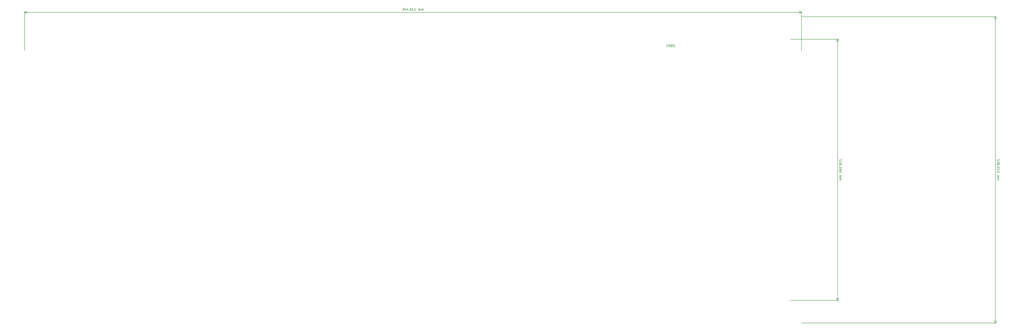
<source format=gbr>
G04 #@! TF.GenerationSoftware,KiCad,Pcbnew,(5.1.2)-2*
G04 #@! TF.CreationDate,2019-07-11T11:24:39+07:00*
G04 #@! TF.ProjectId,PCB,5043422e-6b69-4636-9164-5f7063625858,a*
G04 #@! TF.SameCoordinates,Original*
G04 #@! TF.FileFunction,Legend,Top*
G04 #@! TF.FilePolarity,Positive*
%FSLAX46Y46*%
G04 Gerber Fmt 4.6, Leading zero omitted, Abs format (unit mm)*
G04 Created by KiCad (PCBNEW (5.1.2)-2) date 2019-07-11 11:24:39*
%MOMM*%
%LPD*%
G04 APERTURE LIST*
%ADD10C,0.150000*%
G04 APERTURE END LIST*
D10*
X423459764Y-45958546D02*
X423459764Y-45387118D01*
X423459764Y-45672832D02*
X424459764Y-45672832D01*
X424316906Y-45577594D01*
X424221668Y-45482356D01*
X424174049Y-45387118D01*
X424459764Y-46291880D02*
X424459764Y-46910927D01*
X424078811Y-46577594D01*
X424078811Y-46720451D01*
X424031192Y-46815689D01*
X423983573Y-46863308D01*
X423888335Y-46910927D01*
X423650240Y-46910927D01*
X423555002Y-46863308D01*
X423507383Y-46815689D01*
X423459764Y-46720451D01*
X423459764Y-46434737D01*
X423507383Y-46339499D01*
X423555002Y-46291880D01*
X424459764Y-47768070D02*
X424459764Y-47577594D01*
X424412145Y-47482356D01*
X424364525Y-47434737D01*
X424221668Y-47339499D01*
X424031192Y-47291880D01*
X423650240Y-47291880D01*
X423555002Y-47339499D01*
X423507383Y-47387118D01*
X423459764Y-47482356D01*
X423459764Y-47672832D01*
X423507383Y-47768070D01*
X423555002Y-47815689D01*
X423650240Y-47863308D01*
X423888335Y-47863308D01*
X423983573Y-47815689D01*
X424031192Y-47768070D01*
X424078811Y-47672832D01*
X424078811Y-47482356D01*
X424031192Y-47387118D01*
X423983573Y-47339499D01*
X423888335Y-47291880D01*
X423555002Y-48291880D02*
X423507383Y-48339499D01*
X423459764Y-48291880D01*
X423507383Y-48244261D01*
X423555002Y-48291880D01*
X423459764Y-48291880D01*
X424459764Y-48958546D02*
X424459764Y-49053785D01*
X424412145Y-49149023D01*
X424364525Y-49196642D01*
X424269287Y-49244261D01*
X424078811Y-49291880D01*
X423840716Y-49291880D01*
X423650240Y-49244261D01*
X423555002Y-49196642D01*
X423507383Y-49149023D01*
X423459764Y-49053785D01*
X423459764Y-48958546D01*
X423507383Y-48863308D01*
X423555002Y-48815689D01*
X423650240Y-48768070D01*
X423840716Y-48720451D01*
X424078811Y-48720451D01*
X424269287Y-48768070D01*
X424364525Y-48815689D01*
X424412145Y-48863308D01*
X424459764Y-48958546D01*
X423459764Y-50244261D02*
X423459764Y-49672832D01*
X423459764Y-49958546D02*
X424459764Y-49958546D01*
X424316906Y-49863308D01*
X424221668Y-49768070D01*
X424174049Y-49672832D01*
X424364525Y-50625213D02*
X424412145Y-50672832D01*
X424459764Y-50768070D01*
X424459764Y-51006166D01*
X424412145Y-51101404D01*
X424364525Y-51149023D01*
X424269287Y-51196642D01*
X424174049Y-51196642D01*
X424031192Y-51149023D01*
X423459764Y-50577594D01*
X423459764Y-51196642D01*
X423459764Y-52387118D02*
X424126430Y-52387118D01*
X424031192Y-52387118D02*
X424078811Y-52434737D01*
X424126430Y-52529975D01*
X424126430Y-52672832D01*
X424078811Y-52768070D01*
X423983573Y-52815689D01*
X423459764Y-52815689D01*
X423983573Y-52815689D02*
X424078811Y-52863308D01*
X424126430Y-52958546D01*
X424126430Y-53101404D01*
X424078811Y-53196642D01*
X423983573Y-53244261D01*
X423459764Y-53244261D01*
X423459764Y-53720451D02*
X424126430Y-53720451D01*
X424031192Y-53720451D02*
X424078811Y-53768070D01*
X424126430Y-53863308D01*
X424126430Y-54006166D01*
X424078811Y-54101404D01*
X423983573Y-54149023D01*
X423459764Y-54149023D01*
X423983573Y-54149023D02*
X424078811Y-54196642D01*
X424126430Y-54291880D01*
X424126430Y-54434737D01*
X424078811Y-54529975D01*
X423983573Y-54577594D01*
X423459764Y-54577594D01*
X422612145Y17999990D02*
X422612145Y-118012323D01*
X336612145Y17999990D02*
X423198566Y17999990D01*
X336612145Y-118012323D02*
X423198566Y-118012323D01*
X422612145Y-118012323D02*
X422025724Y-116885819D01*
X422612145Y-118012323D02*
X423198566Y-116885819D01*
X422612145Y17999990D02*
X422025724Y16873486D01*
X422612145Y17999990D02*
X423198566Y16873486D01*
X159639802Y21847590D02*
X160258849Y21847590D01*
X159925516Y21466637D01*
X160068373Y21466637D01*
X160163611Y21419018D01*
X160211230Y21371399D01*
X160258849Y21276161D01*
X160258849Y21038066D01*
X160211230Y20942828D01*
X160163611Y20895209D01*
X160068373Y20847590D01*
X159782659Y20847590D01*
X159687421Y20895209D01*
X159639802Y20942828D01*
X161115992Y21514256D02*
X161115992Y20847590D01*
X160877897Y21895209D02*
X160639802Y21180923D01*
X161258849Y21180923D01*
X162068373Y21514256D02*
X162068373Y20847590D01*
X161830278Y21895209D02*
X161592183Y21180923D01*
X162211230Y21180923D01*
X162592183Y20942828D02*
X162639802Y20895209D01*
X162592183Y20847590D01*
X162544564Y20895209D01*
X162592183Y20942828D01*
X162592183Y20847590D01*
X163496945Y21847590D02*
X163306469Y21847590D01*
X163211230Y21799971D01*
X163163611Y21752351D01*
X163068373Y21609494D01*
X163020754Y21419018D01*
X163020754Y21038066D01*
X163068373Y20942828D01*
X163115992Y20895209D01*
X163211230Y20847590D01*
X163401707Y20847590D01*
X163496945Y20895209D01*
X163544564Y20942828D01*
X163592183Y21038066D01*
X163592183Y21276161D01*
X163544564Y21371399D01*
X163496945Y21419018D01*
X163401707Y21466637D01*
X163211230Y21466637D01*
X163115992Y21419018D01*
X163068373Y21371399D01*
X163020754Y21276161D01*
X164544564Y20847590D02*
X163973135Y20847590D01*
X164258849Y20847590D02*
X164258849Y21847590D01*
X164163611Y21704732D01*
X164068373Y21609494D01*
X163973135Y21561875D01*
X165496945Y20847590D02*
X164925516Y20847590D01*
X165211230Y20847590D02*
X165211230Y21847590D01*
X165115992Y21704732D01*
X165020754Y21609494D01*
X164925516Y21561875D01*
X166687421Y20847590D02*
X166687421Y21514256D01*
X166687421Y21419018D02*
X166735040Y21466637D01*
X166830278Y21514256D01*
X166973135Y21514256D01*
X167068373Y21466637D01*
X167115992Y21371399D01*
X167115992Y20847590D01*
X167115992Y21371399D02*
X167163611Y21466637D01*
X167258849Y21514256D01*
X167401707Y21514256D01*
X167496945Y21466637D01*
X167544564Y21371399D01*
X167544564Y20847590D01*
X168020754Y20847590D02*
X168020754Y21514256D01*
X168020754Y21419018D02*
X168068373Y21466637D01*
X168163611Y21514256D01*
X168306469Y21514256D01*
X168401707Y21466637D01*
X168449326Y21371399D01*
X168449326Y20847590D01*
X168449326Y21371399D02*
X168496945Y21466637D01*
X168592183Y21514256D01*
X168735040Y21514256D01*
X168830278Y21466637D01*
X168877897Y21371399D01*
X168877897Y20847590D01*
X-7999208Y19999971D02*
X336612147Y19999971D01*
X-7999208Y2999971D02*
X-7999208Y20586392D01*
X336612147Y2999971D02*
X336612147Y20586392D01*
X336612147Y19999971D02*
X335485643Y19413550D01*
X336612147Y19999971D02*
X335485643Y20586392D01*
X-7999208Y19999971D02*
X-6872704Y19413550D01*
X-7999208Y19999971D02*
X-6872704Y20586392D01*
X353459766Y-45952409D02*
X353459766Y-45380981D01*
X353459766Y-45666695D02*
X354459766Y-45666695D01*
X354316908Y-45571457D01*
X354221670Y-45476219D01*
X354174051Y-45380981D01*
X353459766Y-46904790D02*
X353459766Y-46333362D01*
X353459766Y-46619076D02*
X354459766Y-46619076D01*
X354316908Y-46523838D01*
X354221670Y-46428600D01*
X354174051Y-46333362D01*
X354459766Y-47761933D02*
X354459766Y-47571457D01*
X354412147Y-47476219D01*
X354364527Y-47428600D01*
X354221670Y-47333362D01*
X354031194Y-47285743D01*
X353650242Y-47285743D01*
X353555004Y-47333362D01*
X353507385Y-47380981D01*
X353459766Y-47476219D01*
X353459766Y-47666695D01*
X353507385Y-47761933D01*
X353555004Y-47809552D01*
X353650242Y-47857171D01*
X353888337Y-47857171D01*
X353983575Y-47809552D01*
X354031194Y-47761933D01*
X354078813Y-47666695D01*
X354078813Y-47476219D01*
X354031194Y-47380981D01*
X353983575Y-47333362D01*
X353888337Y-47285743D01*
X353555004Y-48285743D02*
X353507385Y-48333362D01*
X353459766Y-48285743D01*
X353507385Y-48238124D01*
X353555004Y-48285743D01*
X353459766Y-48285743D01*
X354459766Y-48952409D02*
X354459766Y-49047648D01*
X354412147Y-49142886D01*
X354364527Y-49190505D01*
X354269289Y-49238124D01*
X354078813Y-49285743D01*
X353840718Y-49285743D01*
X353650242Y-49238124D01*
X353555004Y-49190505D01*
X353507385Y-49142886D01*
X353459766Y-49047648D01*
X353459766Y-48952409D01*
X353507385Y-48857171D01*
X353555004Y-48809552D01*
X353650242Y-48761933D01*
X353840718Y-48714314D01*
X354078813Y-48714314D01*
X354269289Y-48761933D01*
X354364527Y-48809552D01*
X354412147Y-48857171D01*
X354459766Y-48952409D01*
X354459766Y-49904790D02*
X354459766Y-50000029D01*
X354412147Y-50095267D01*
X354364527Y-50142886D01*
X354269289Y-50190505D01*
X354078813Y-50238124D01*
X353840718Y-50238124D01*
X353650242Y-50190505D01*
X353555004Y-50142886D01*
X353507385Y-50095267D01*
X353459766Y-50000029D01*
X353459766Y-49904790D01*
X353507385Y-49809552D01*
X353555004Y-49761933D01*
X353650242Y-49714314D01*
X353840718Y-49666695D01*
X354078813Y-49666695D01*
X354269289Y-49714314D01*
X354364527Y-49761933D01*
X354412147Y-49809552D01*
X354459766Y-49904790D01*
X354459766Y-50857171D02*
X354459766Y-50952409D01*
X354412147Y-51047648D01*
X354364527Y-51095267D01*
X354269289Y-51142886D01*
X354078813Y-51190505D01*
X353840718Y-51190505D01*
X353650242Y-51142886D01*
X353555004Y-51095267D01*
X353507385Y-51047648D01*
X353459766Y-50952409D01*
X353459766Y-50857171D01*
X353507385Y-50761933D01*
X353555004Y-50714314D01*
X353650242Y-50666695D01*
X353840718Y-50619076D01*
X354078813Y-50619076D01*
X354269289Y-50666695D01*
X354364527Y-50714314D01*
X354412147Y-50761933D01*
X354459766Y-50857171D01*
X353459766Y-52380981D02*
X354126432Y-52380981D01*
X354031194Y-52380981D02*
X354078813Y-52428600D01*
X354126432Y-52523838D01*
X354126432Y-52666695D01*
X354078813Y-52761933D01*
X353983575Y-52809552D01*
X353459766Y-52809552D01*
X353983575Y-52809552D02*
X354078813Y-52857171D01*
X354126432Y-52952409D01*
X354126432Y-53095267D01*
X354078813Y-53190505D01*
X353983575Y-53238124D01*
X353459766Y-53238124D01*
X353459766Y-53714314D02*
X354126432Y-53714314D01*
X354031194Y-53714314D02*
X354078813Y-53761933D01*
X354126432Y-53857171D01*
X354126432Y-54000029D01*
X354078813Y-54095267D01*
X353983575Y-54142886D01*
X353459766Y-54142886D01*
X353983575Y-54142886D02*
X354078813Y-54190505D01*
X354126432Y-54285743D01*
X354126432Y-54428600D01*
X354078813Y-54523838D01*
X353983575Y-54571457D01*
X353459766Y-54571457D01*
X352612147Y7999971D02*
X352612147Y-108000029D01*
X331612147Y7999971D02*
X353198568Y7999971D01*
X331612147Y-108000029D02*
X353198568Y-108000029D01*
X352612147Y-108000029D02*
X352025726Y-106873525D01*
X352612147Y-108000029D02*
X353198568Y-106873525D01*
X352612147Y7999971D02*
X352025726Y6873467D01*
X352612147Y7999971D02*
X353198568Y6873467D01*
X276874051Y5671590D02*
X276874051Y4862066D01*
X276921670Y4766828D01*
X276969289Y4719209D01*
X277064527Y4671590D01*
X277255004Y4671590D01*
X277350242Y4719209D01*
X277397861Y4766828D01*
X277445480Y4862066D01*
X277445480Y5671590D01*
X277874051Y4719209D02*
X278016908Y4671590D01*
X278255004Y4671590D01*
X278350242Y4719209D01*
X278397861Y4766828D01*
X278445480Y4862066D01*
X278445480Y4957304D01*
X278397861Y5052542D01*
X278350242Y5100161D01*
X278255004Y5147780D01*
X278064527Y5195399D01*
X277969289Y5243018D01*
X277921670Y5290637D01*
X277874051Y5385875D01*
X277874051Y5481113D01*
X277921670Y5576351D01*
X277969289Y5623971D01*
X278064527Y5671590D01*
X278302623Y5671590D01*
X278445480Y5623971D01*
X279207385Y5195399D02*
X279350242Y5147780D01*
X279397861Y5100161D01*
X279445480Y5004923D01*
X279445480Y4862066D01*
X279397861Y4766828D01*
X279350242Y4719209D01*
X279255004Y4671590D01*
X278874051Y4671590D01*
X278874051Y5671590D01*
X279207385Y5671590D01*
X279302623Y5623971D01*
X279350242Y5576351D01*
X279397861Y5481113D01*
X279397861Y5385875D01*
X279350242Y5290637D01*
X279302623Y5243018D01*
X279207385Y5195399D01*
X278874051Y5195399D01*
X280397861Y4671590D02*
X279826432Y4671590D01*
X280112147Y4671590D02*
X280112147Y5671590D01*
X280016908Y5528732D01*
X279921670Y5433494D01*
X279826432Y5385875D01*
M02*

</source>
